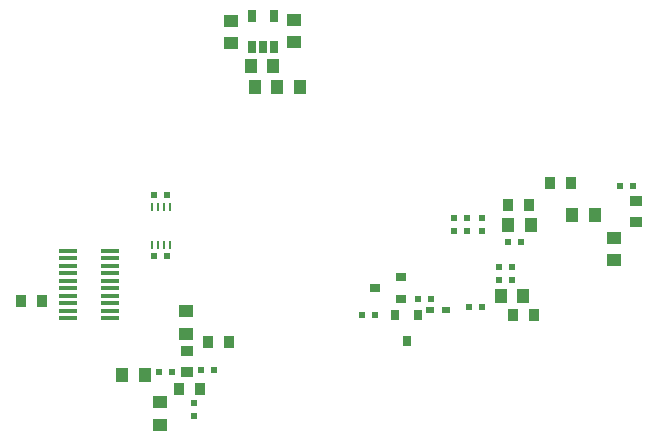
<source format=gbp>
G04*
G04 #@! TF.GenerationSoftware,Altium Limited,Altium Designer,18.1.7 (191)*
G04*
G04 Layer_Color=128*
%FSLAX44Y44*%
%MOMM*%
G71*
G01*
G75*
%ADD26R,0.6000X0.6000*%
%ADD35R,1.0000X0.9000*%
%ADD36R,0.6000X0.6000*%
%ADD41R,0.7000X1.0000*%
%ADD42R,0.7000X1.0000*%
%ADD44R,1.0000X1.3000*%
%ADD48R,1.3000X1.0000*%
%ADD51R,0.9000X1.0000*%
%ADD68R,1.6000X0.4000*%
%ADD69R,1.6000X0.4000*%
%ADD166R,0.9000X0.6500*%
%ADD167R,0.2500X0.7000*%
%ADD168O,0.2500X0.7000*%
%ADD169R,0.7500X0.5500*%
%ADD170R,0.6500X0.9000*%
D26*
X483000Y305000D02*
D03*
Y316000D02*
D03*
X459500D02*
D03*
Y305000D02*
D03*
X470500Y316000D02*
D03*
Y305000D02*
D03*
X239000Y160000D02*
D03*
Y149000D02*
D03*
D35*
X613500Y331000D02*
D03*
Y313000D02*
D03*
X233000Y186000D02*
D03*
Y204000D02*
D03*
D36*
X216500Y336000D02*
D03*
X205500D02*
D03*
X216500Y284000D02*
D03*
X205500D02*
D03*
X600000Y343500D02*
D03*
X611000D02*
D03*
X392000Y234392D02*
D03*
X381000D02*
D03*
X483000Y241000D02*
D03*
X472000D02*
D03*
X508000Y264000D02*
D03*
X497000D02*
D03*
X428973Y247900D02*
D03*
X439973D02*
D03*
X504500Y296500D02*
D03*
X515500D02*
D03*
X507999Y275000D02*
D03*
X496999D02*
D03*
X209500Y186000D02*
D03*
X220500D02*
D03*
X245000Y187500D02*
D03*
X256000D02*
D03*
D41*
X288000Y487583D02*
D03*
X307000D02*
D03*
X288000Y461583D02*
D03*
X297500D02*
D03*
D42*
X307000D02*
D03*
D44*
X290500Y427000D02*
D03*
X309500D02*
D03*
X328500D02*
D03*
X309500D02*
D03*
X524000Y310500D02*
D03*
X505000D02*
D03*
X559250Y319115D02*
D03*
X578250D02*
D03*
X498500Y250054D02*
D03*
X517500D02*
D03*
X287000Y444853D02*
D03*
X306000D02*
D03*
X197250Y183500D02*
D03*
X178250D02*
D03*
D48*
X270000Y483583D02*
D03*
Y464583D02*
D03*
X323500Y484083D02*
D03*
Y465083D02*
D03*
X595000Y280500D02*
D03*
Y299500D02*
D03*
X232000Y218500D02*
D03*
Y237500D02*
D03*
X210000Y160500D02*
D03*
Y141500D02*
D03*
D51*
X509000Y234054D02*
D03*
X527000D02*
D03*
X92500Y246000D02*
D03*
X110500D02*
D03*
X244000Y172000D02*
D03*
X226000D02*
D03*
X523000Y327000D02*
D03*
X505000D02*
D03*
X558000Y346000D02*
D03*
X540000D02*
D03*
X269000Y211000D02*
D03*
X251000D02*
D03*
D68*
X132000Y231425D02*
D03*
X168000D02*
D03*
Y237775D02*
D03*
X132000D02*
D03*
X168000Y244125D02*
D03*
X132000D02*
D03*
X168000Y250475D02*
D03*
X132000D02*
D03*
X168000Y256825D02*
D03*
X132000D02*
D03*
D69*
X168000Y263175D02*
D03*
X132000D02*
D03*
X168000Y269525D02*
D03*
X132000D02*
D03*
X168000Y275875D02*
D03*
X132000D02*
D03*
X168000Y282225D02*
D03*
X132000D02*
D03*
X168000Y288575D02*
D03*
X132000D02*
D03*
D166*
X414000Y266500D02*
D03*
Y247500D02*
D03*
X392000Y257000D02*
D03*
D167*
X203250Y325500D02*
D03*
D168*
X208250D02*
D03*
X213250D02*
D03*
X218250D02*
D03*
X203250Y293500D02*
D03*
X208250D02*
D03*
X213250D02*
D03*
X218250D02*
D03*
D169*
X438500Y238500D02*
D03*
X452500D02*
D03*
D170*
X409500Y234500D02*
D03*
X428500D02*
D03*
X419000Y212500D02*
D03*
M02*

</source>
